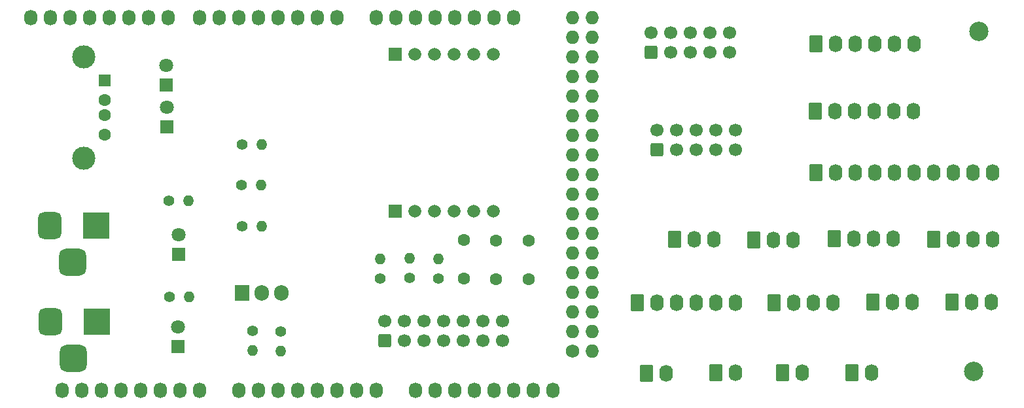
<source format=gbr>
G04 #@! TF.GenerationSoftware,KiCad,Pcbnew,7.0.9*
G04 #@! TF.CreationDate,2024-01-20T08:56:29+10:00*
G04 #@! TF.ProjectId,INSTRUMENTS_CONTROLLER,494e5354-5255-44d4-954e-54535f434f4e,rev?*
G04 #@! TF.SameCoordinates,Original*
G04 #@! TF.FileFunction,Soldermask,Bot*
G04 #@! TF.FilePolarity,Negative*
%FSLAX46Y46*%
G04 Gerber Fmt 4.6, Leading zero omitted, Abs format (unit mm)*
G04 Created by KiCad (PCBNEW 7.0.9) date 2024-01-20 08:56:29*
%MOMM*%
%LPD*%
G01*
G04 APERTURE LIST*
G04 Aperture macros list*
%AMRoundRect*
0 Rectangle with rounded corners*
0 $1 Rounding radius*
0 $2 $3 $4 $5 $6 $7 $8 $9 X,Y pos of 4 corners*
0 Add a 4 corners polygon primitive as box body*
4,1,4,$2,$3,$4,$5,$6,$7,$8,$9,$2,$3,0*
0 Add four circle primitives for the rounded corners*
1,1,$1+$1,$2,$3*
1,1,$1+$1,$4,$5*
1,1,$1+$1,$6,$7*
1,1,$1+$1,$8,$9*
0 Add four rect primitives between the rounded corners*
20,1,$1+$1,$2,$3,$4,$5,0*
20,1,$1+$1,$4,$5,$6,$7,0*
20,1,$1+$1,$6,$7,$8,$9,0*
20,1,$1+$1,$8,$9,$2,$3,0*%
G04 Aperture macros list end*
%ADD10C,1.727200*%
%ADD11O,1.727200X1.727200*%
%ADD12O,1.727200X2.032000*%
%ADD13R,1.800000X1.800000*%
%ADD14C,1.800000*%
%ADD15C,1.400000*%
%ADD16O,1.400000X1.400000*%
%ADD17R,1.905000X2.000000*%
%ADD18O,1.905000X2.000000*%
%ADD19RoundRect,0.250000X0.600000X-0.600000X0.600000X0.600000X-0.600000X0.600000X-0.600000X-0.600000X0*%
%ADD20C,1.700000*%
%ADD21RoundRect,0.250000X-0.620000X-0.845000X0.620000X-0.845000X0.620000X0.845000X-0.620000X0.845000X0*%
%ADD22O,1.740000X2.190000*%
%ADD23C,1.600000*%
%ADD24R,3.500000X3.500000*%
%ADD25RoundRect,0.750000X-0.750000X-1.000000X0.750000X-1.000000X0.750000X1.000000X-0.750000X1.000000X0*%
%ADD26RoundRect,0.875000X-0.875000X-0.875000X0.875000X-0.875000X0.875000X0.875000X-0.875000X0.875000X0*%
%ADD27R,1.500000X1.600000*%
%ADD28C,3.000000*%
%ADD29C,2.500000*%
%ADD30R,1.665000X1.665000*%
%ADD31C,1.665000*%
G04 APERTURE END LIST*
D10*
X197358000Y-114046000D03*
D11*
X199898000Y-114046000D03*
X197358000Y-111506000D03*
X199898000Y-111506000D03*
X197358000Y-108966000D03*
X199898000Y-108966000D03*
X197358000Y-106426000D03*
X199898000Y-106426000D03*
X197358000Y-103886000D03*
X199898000Y-103886000D03*
X197358000Y-101346000D03*
X199898000Y-101346000D03*
X197358000Y-98806000D03*
X199898000Y-98806000D03*
X197358000Y-96266000D03*
X199898000Y-96266000D03*
X197358000Y-93726000D03*
X199898000Y-93726000D03*
X197358000Y-91186000D03*
X199898000Y-91186000D03*
X197358000Y-88646000D03*
X199898000Y-88646000D03*
X197358000Y-86106000D03*
X199898000Y-86106000D03*
X197358000Y-83566000D03*
X199898000Y-83566000D03*
X197358000Y-81026000D03*
X199898000Y-81026000D03*
X197358000Y-78486000D03*
X199898000Y-78486000D03*
X197358000Y-75946000D03*
X199898000Y-75946000D03*
X197358000Y-73406000D03*
X199898000Y-73406000D03*
X197358000Y-70866000D03*
X199898000Y-70866000D03*
D12*
X131318000Y-119126000D03*
X133858000Y-119126000D03*
X136398000Y-119126000D03*
X138938000Y-119126000D03*
X141478000Y-119126000D03*
X144018000Y-119126000D03*
X146558000Y-119126000D03*
X149098000Y-119126000D03*
X177038000Y-119126000D03*
X179578000Y-119126000D03*
X182118000Y-119126000D03*
X184658000Y-119126000D03*
X187198000Y-119126000D03*
X189738000Y-119126000D03*
X192278000Y-119126000D03*
X194818000Y-119126000D03*
X127254000Y-70866000D03*
X129794000Y-70866000D03*
X132334000Y-70866000D03*
X134874000Y-70866000D03*
X137414000Y-70866000D03*
X139954000Y-70866000D03*
X142494000Y-70866000D03*
X145034000Y-70866000D03*
X149098000Y-70866000D03*
X151638000Y-70866000D03*
X154178000Y-70866000D03*
X156718000Y-70866000D03*
X159258000Y-70866000D03*
X161798000Y-70866000D03*
X164338000Y-70866000D03*
X166878000Y-70866000D03*
X171958000Y-70866000D03*
X174498000Y-70866000D03*
X177038000Y-70866000D03*
X179578000Y-70866000D03*
X182118000Y-70866000D03*
X184658000Y-70866000D03*
X187198000Y-70866000D03*
X189738000Y-70866000D03*
D13*
X146330000Y-101525000D03*
D14*
X146330000Y-98985000D03*
D13*
X146280000Y-113425000D03*
D14*
X146280000Y-110885000D03*
D15*
X145060000Y-94550000D03*
D16*
X147600000Y-94550000D03*
D13*
X144850000Y-84975000D03*
D14*
X144850000Y-82435000D03*
D17*
X154600000Y-106500000D03*
D18*
X157140000Y-106500000D03*
X159680000Y-106500000D03*
D19*
X208230000Y-87950000D03*
D20*
X208230000Y-85410000D03*
X210770000Y-87950000D03*
X210770000Y-85410000D03*
X213310000Y-87950000D03*
X213310000Y-85410000D03*
X215850000Y-87950000D03*
X215850000Y-85410000D03*
X218390000Y-87950000D03*
X218390000Y-85410000D03*
D15*
X179950000Y-104620000D03*
D16*
X179950000Y-102080000D03*
D15*
X154530000Y-97850000D03*
D16*
X157070000Y-97850000D03*
D21*
X223360000Y-107750000D03*
D22*
X225900000Y-107750000D03*
X228440000Y-107750000D03*
X230980000Y-107750000D03*
D23*
X187400000Y-104700000D03*
X187400000Y-99700000D03*
D15*
X145160000Y-107000000D03*
D16*
X147700000Y-107000000D03*
D15*
X159590000Y-111485000D03*
D16*
X159590000Y-114025000D03*
D21*
X228850000Y-74270000D03*
D22*
X231390000Y-74270000D03*
X233930000Y-74270000D03*
X236470000Y-74270000D03*
X239010000Y-74270000D03*
X241550000Y-74270000D03*
D24*
X135650000Y-97800000D03*
D25*
X129650000Y-97800000D03*
D26*
X132650000Y-102500000D03*
D27*
X136750000Y-79000000D03*
D23*
X136750000Y-81500000D03*
X136750000Y-83500000D03*
X136750000Y-86000000D03*
D28*
X134040000Y-75930000D03*
X134040000Y-89070000D03*
D23*
X191650000Y-104700000D03*
X191650000Y-99700000D03*
D21*
X224530000Y-116820000D03*
D22*
X227070000Y-116820000D03*
D12*
X154178000Y-119126000D03*
X156718000Y-119126000D03*
X159258000Y-119126000D03*
X161798000Y-119126000D03*
X164338000Y-119126000D03*
X166878000Y-119126000D03*
X169418000Y-119126000D03*
X171958000Y-119126000D03*
D15*
X154530000Y-87250000D03*
D16*
X157070000Y-87250000D03*
D21*
X244080000Y-99520000D03*
D22*
X246620000Y-99520000D03*
X249160000Y-99520000D03*
X251700000Y-99520000D03*
D21*
X246410000Y-107650000D03*
D22*
X248950000Y-107650000D03*
X251490000Y-107650000D03*
D24*
X135750000Y-110242500D03*
D25*
X129750000Y-110242500D03*
D26*
X132750000Y-114942500D03*
D29*
X249250000Y-116700000D03*
D15*
X154480000Y-92550000D03*
D16*
X157020000Y-92550000D03*
D21*
X233480000Y-116870000D03*
D22*
X236020000Y-116870000D03*
D23*
X183250000Y-104600000D03*
X183250000Y-99600000D03*
D19*
X173030000Y-112652500D03*
D20*
X173030000Y-110112500D03*
X175570000Y-112652500D03*
X175570000Y-110112500D03*
X178110000Y-112652500D03*
X178110000Y-110112500D03*
X180650000Y-112652500D03*
X180650000Y-110112500D03*
X183190000Y-112652500D03*
X183190000Y-110112500D03*
X185730000Y-112652500D03*
X185730000Y-110112500D03*
X188270000Y-112652500D03*
X188270000Y-110112500D03*
D21*
X205680000Y-107750000D03*
D22*
X208220000Y-107750000D03*
X210760000Y-107750000D03*
X213300000Y-107750000D03*
X215840000Y-107750000D03*
X218380000Y-107750000D03*
D21*
X236160000Y-107700000D03*
D22*
X238700000Y-107700000D03*
X241240000Y-107700000D03*
D13*
X144750000Y-79575000D03*
D14*
X144750000Y-77035000D03*
D21*
X220750000Y-99620000D03*
D22*
X223290000Y-99620000D03*
X225830000Y-99620000D03*
D30*
X174340000Y-95885000D03*
D31*
X176880000Y-95885000D03*
X179420000Y-95885000D03*
X181960000Y-95885000D03*
X184500000Y-95885000D03*
X187040000Y-95885000D03*
D30*
X174340000Y-75565000D03*
D31*
X176880000Y-75565000D03*
X179420000Y-75565000D03*
X181960000Y-75565000D03*
X184500000Y-75565000D03*
X187040000Y-75565000D03*
D29*
X249900000Y-72650000D03*
D21*
X231150000Y-99500000D03*
D22*
X233690000Y-99500000D03*
X236230000Y-99500000D03*
X238770000Y-99500000D03*
D15*
X155940000Y-111435000D03*
D16*
X155940000Y-113975000D03*
D21*
X228730000Y-82950000D03*
D22*
X231270000Y-82950000D03*
X233810000Y-82950000D03*
X236350000Y-82950000D03*
X238890000Y-82950000D03*
X241430000Y-82950000D03*
D21*
X210550000Y-99570000D03*
D22*
X213090000Y-99570000D03*
X215630000Y-99570000D03*
D21*
X228820000Y-90920000D03*
D22*
X231360000Y-90920000D03*
X233900000Y-90920000D03*
X236440000Y-90920000D03*
X238980000Y-90920000D03*
X241520000Y-90920000D03*
X244060000Y-90920000D03*
X246600000Y-90920000D03*
X249140000Y-90920000D03*
X251680000Y-90920000D03*
D15*
X172400000Y-104620000D03*
D16*
X172400000Y-102080000D03*
D21*
X206880000Y-116920000D03*
D22*
X209420000Y-116920000D03*
D19*
X207470000Y-75302500D03*
D20*
X207470000Y-72762500D03*
X210010000Y-75302500D03*
X210010000Y-72762500D03*
X212550000Y-75302500D03*
X212550000Y-72762500D03*
X215090000Y-75302500D03*
X215090000Y-72762500D03*
X217630000Y-75302500D03*
X217630000Y-72762500D03*
D21*
X215860000Y-116850000D03*
D22*
X218400000Y-116850000D03*
D15*
X176250000Y-104520000D03*
D16*
X176250000Y-101980000D03*
M02*

</source>
